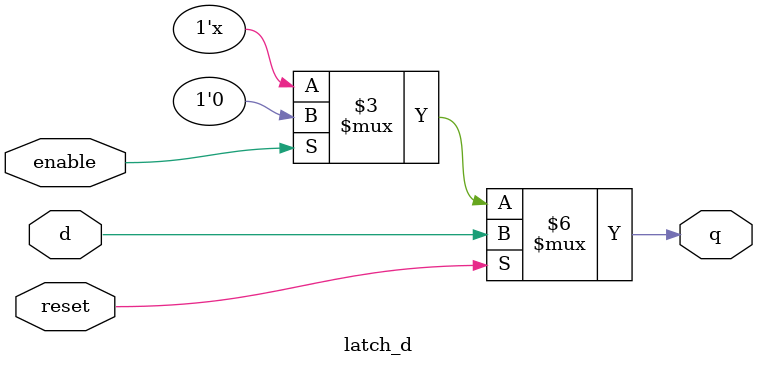
<source format=v>
module latch_d(d, q, enable, reset);

	input d, enable, reset;
	output reg q;

	always @(d or enable or reset)
	begin
		if(reset != 0)
			q <= d;
		else
			if(enable)
				q <= 1'b0;
	end

endmodule

</source>
